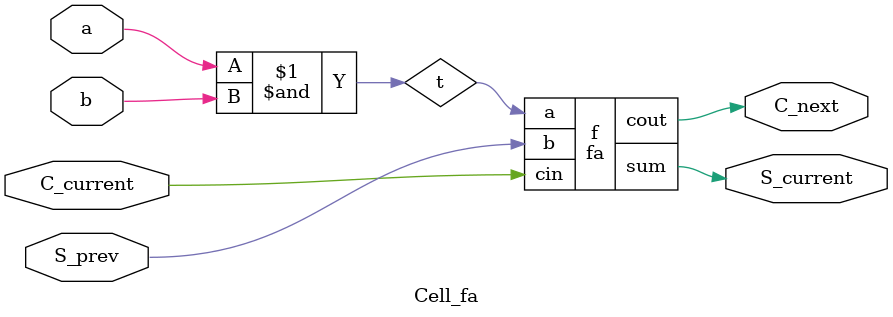
<source format=v>
`timescale 1ns / 1ns
module array_multiplier(a, b, sum);

// Modify for 8x8, 16x16 etc.
parameter n = 8;

input wire [n-1:0]a;
input wire [n-1:0]b;
output [2*n-1:0] sum;

wire [n-1:0] g[n-1:0]; 
wire [2*n-1:0] C[2*n-1:0];
wire [2*n-1:0] S[2*n-1:0];
wire [2*n-1:0]Cout;
wire [2*n-1:0]p;

// Generate 2n-1 gates
genvar i;
generate
for(i = 0; i < n; i = i + 1)
begin
    and(g[i][0], a[i], b[0]);
end

for(i = n-1; i >= 0; i = i-1)
begin
    and(g[n-1][i], a[n-1], b[i]);
end

endgenerate


// Generate half adder cell for 2nd row
generate

for(i = 0; i < n-1; i = i+1) begin

    Cell_ha c(a[i], b[1], g[i+1][0], C[i][1], S[i][1]);

end

endgenerate


// Generate full adder cells
generate 

genvar j;

for(j = 2; j < n; j = j+1) 
begin
    
    
    for(i = 0; i < n-1; i = i + 1) begin
    
        if(i == (n-2)) begin
        
        Cell_fa f(a[i], b[j], g[i+1][j-1], C[i][j-1], C[i][j], S[i][j]);
        
        end
        else begin
    
        Cell_fa f(a[i], b[j], S[i+1][j-1], C[i][j-1], C[i][j], S[i][j]);
        end
        
    end

end

endgenerate


// First half adder of last row
ha h1(C[0][n-1], S[1][n-1], p[n], Cout[n]);


// Full adders for the MSB bits in last row
generate

for(i = 1; i < (n-1); i = i + 1) begin

    if(i == (n-2)) begin
    fa f(Cout[i+n-1], C[i][n-1], g[i+1][n-1], p[i+n], p[i+n+1]);
    
    end
    else begin 
    fa f(Cout[i+n-1], C[i][n-1], S[i+1][n-1], p[i+n], Cout[i+n]);
    end

end

endgenerate

assign sum = {p[2*n-1:n], S[0][n-1:1], g[0][0]};


endmodule

module fa (a, b, cin, sum, cout);
    input a;
    input b;
    input cin;
    output sum;
    output cout;

    // Implement 9-gate Full Adder
    wire a_or_b, a_and_b, not_a_and_b, stage_1_op;
    wire cin_and_first, cin_or_first, not_cin_and_first;

    or (a_or_b, a, b);
    and (a_and_b, a, b);
    not (not_a_and_b, a_and_b);
    and (stage_1_op, not_a_and_b, a_or_b);

    or (cin_or_first, stage_1_op, cin);
    and (cin_and_first, stage_1_op, cin);
    not (not_cin_and_first, cin_and_first);
    and (sum, not_cin_and_first, cin_or_first);

    or (cout, a_and_b, cin_and_first);

endmodule

module ha (a, b, sum, cout);
    input a;
    input b;
    output sum;
    output cout; 

    wire a_and_b, a_or_b, not_a_and_b;

    or (a_or_b, a, b);
    and (a_and_b, a, b);
    not (not_a_and_b, a_and_b);
    and (sum, not_a_and_b, a_or_b);

    and (cout, a, b);

endmodule


module Cell_ha(a, b, Cin, Cout, Sout);

input a, b, Cin;
output Cout, Sout;

wire t;

and(t, a, b);

ha h(t, Cin, Sout, Cout);


endmodule

module Cell_fa(a, b, S_prev, C_current, C_next, S_current);

output C_next, S_current;
input a, b, S_prev, C_current;

wire t;

and(t, a, b);

fa f(t, S_prev, C_current, S_current, C_next);


endmodule


</source>
